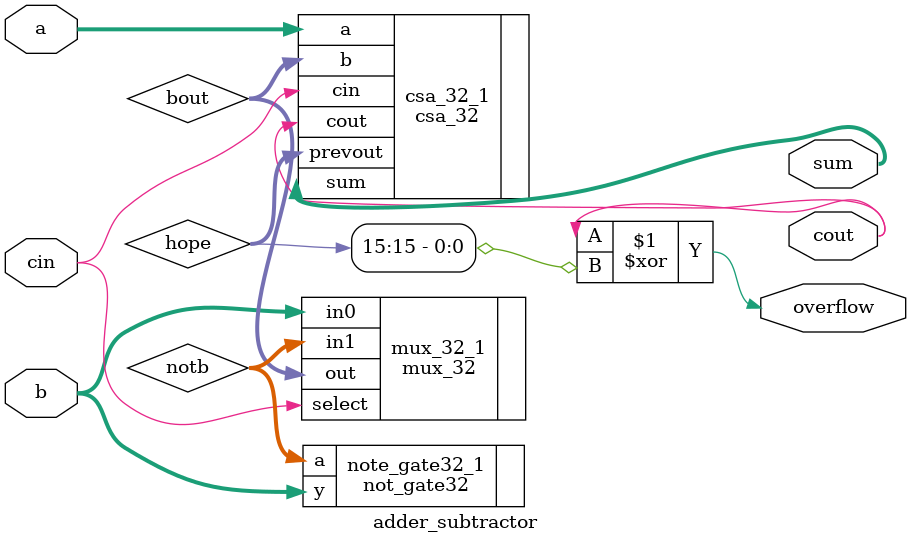
<source format=v>
module adder_subtractor(a,b,cin,sum,cout,overflow);
	input [31:0] a, b;
	input cin;
	output [31:0]sum;
	output cout;
	output overflow;
	wire [31:0] notb, bout;
	//wire woverflow,help,help2,help3;
	wire [15:0]hope;
	
	//calculation
	not_gate32 note_gate32_1(.a(notb),.y(b));
	mux_32 mux_32_1(.select(cin), .in0(b), .in1(notb), .out(bout));
	csa_32 csa_32_1(.a(a),.b(bout),.cin(cin),.sum(sum[31:0]),.cout(cout),.prevout(hope));
	
	xor xor_gate_1(overflow,cout,hope[15]);
//	//overflow
//	xnor a1(woverflow, a[31], b[31]);//00 11 =1
//	and a2(help,a[31],b[31]);// 00 =0 , 11=1
//	xor a3(help2,help,sum[31]);//help 0 sum 1, help 1 sum 0 ,=1
//	and a4(help3,help2,woverflow);
//	assign overflow=help3 ? 1:0;
endmodule
</source>
